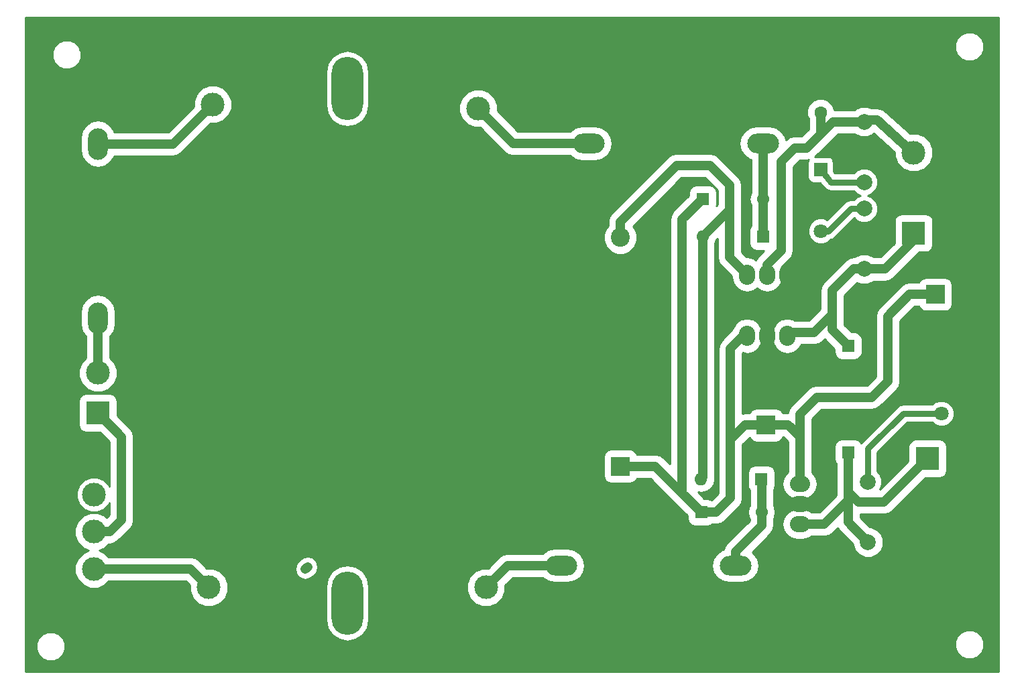
<source format=gbr>
G04 #@! TF.FileFunction,Copper,L2,Bot,Signal*
%FSLAX46Y46*%
G04 Gerber Fmt 4.6, Leading zero omitted, Abs format (unit mm)*
G04 Created by KiCad (PCBNEW 4.0.7-e2-6376~58~ubuntu14.04.1) date Fri Mar  2 18:34:20 2018*
%MOMM*%
%LPD*%
G01*
G04 APERTURE LIST*
%ADD10C,0.100000*%
%ADD11R,3.000000X3.000000*%
%ADD12C,3.000000*%
%ADD13C,1.998980*%
%ADD14R,1.600000X1.600000*%
%ADD15O,1.600000X1.600000*%
%ADD16R,1.800000X1.800000*%
%ADD17C,1.800000*%
%ADD18C,2.997200*%
%ADD19R,2.400000X2.400000*%
%ADD20C,2.400000*%
%ADD21O,2.032000X2.540000*%
%ADD22O,2.540000X2.032000*%
%ADD23O,4.000000X2.500000*%
%ADD24O,2.500000X4.000000*%
%ADD25C,1.600000*%
%ADD26O,4.000000X8.000000*%
%ADD27C,1.200000*%
%ADD28C,0.800000*%
%ADD29C,0.254000*%
G04 APERTURE END LIST*
D10*
D11*
X112944544Y56207360D03*
D12*
X112944544Y61287360D03*
X112944544Y66367360D03*
D11*
X114694543Y27707359D03*
D12*
X114694543Y22627359D03*
D11*
X9944543Y33457359D03*
D12*
X9944543Y38537359D03*
D13*
X106694544Y51647359D03*
X106694544Y59267359D03*
X107194544Y17147360D03*
X107194544Y24767360D03*
X106694544Y70267360D03*
X106694544Y62647360D03*
D14*
X86319543Y60532359D03*
D15*
X93939543Y60532359D03*
D14*
X86119544Y20932360D03*
D15*
X93739544Y20932360D03*
D14*
X93919543Y55732359D03*
D15*
X86299543Y55732359D03*
D14*
X93719544Y25132360D03*
D15*
X86099544Y25132360D03*
D16*
X101194543Y64207359D03*
D17*
X98654543Y64207359D03*
D16*
X116444544Y35957359D03*
D17*
X116444544Y33417359D03*
D16*
X98694544Y56457359D03*
D17*
X101234544Y56457359D03*
D18*
X9444544Y13758359D03*
X9444544Y18457359D03*
X9444544Y23156359D03*
D19*
X94319544Y31932360D03*
D20*
X94319544Y36932360D03*
D19*
X115694544Y48457360D03*
D20*
X115694544Y43457360D03*
D19*
X75919544Y26732359D03*
D20*
X75919544Y31732359D03*
D19*
X75919544Y50632359D03*
D20*
X75919544Y55632359D03*
D21*
X94444544Y43207359D03*
X96984544Y43207359D03*
X91904544Y43207359D03*
D22*
X98569544Y21982359D03*
X98569544Y19442359D03*
X98569544Y24522359D03*
D21*
X94444544Y50957360D03*
X91904544Y50957360D03*
X96984544Y50957360D03*
D23*
X93919543Y67532359D03*
X71919543Y67532359D03*
X90444544Y14207359D03*
X68444544Y14207359D03*
D24*
X9944544Y67457359D03*
X9944544Y45457359D03*
D14*
X104694544Y41957359D03*
D25*
X104694544Y39457359D03*
D14*
X104694543Y28457359D03*
D25*
X104694543Y30957359D03*
D14*
X98694543Y71457359D03*
D25*
X101194543Y71457359D03*
D12*
X23950000Y11450000D03*
X75950000Y40950000D03*
D26*
X41450000Y74450000D03*
D12*
X57950000Y71950000D03*
X58950000Y11450000D03*
X24450000Y72450000D03*
D26*
X41450000Y9450000D03*
D27*
X36145543Y13758359D02*
X36419544Y14032360D01*
X36419544Y14032360D02*
X36220543Y13833359D01*
X91404543Y43207359D02*
X89819544Y41622359D01*
X89819544Y41622359D02*
X89819544Y30132359D01*
X91404543Y43207359D02*
X91904543Y43207360D01*
X109694543Y37457359D02*
X109694543Y45707359D01*
X98569544Y30482360D02*
X98569544Y33332359D01*
X100694544Y35457359D02*
X98569544Y33332359D01*
X107694543Y35457359D02*
X100694544Y35457359D01*
X109694543Y37457359D02*
X107694543Y35457359D01*
X112444544Y48457360D02*
X115694544Y48457360D01*
X109694543Y45707359D02*
X112444544Y48457360D01*
X98569543Y24522359D02*
X98569544Y30482360D01*
X97119544Y31932360D02*
X94319544Y31932360D01*
X98569544Y30482360D02*
X97119544Y31932360D01*
X94319544Y31932360D02*
X91619543Y31932359D01*
X91619543Y31932359D02*
X89819544Y30132359D01*
X88019543Y20932359D02*
X86119544Y20932360D01*
X89819544Y30132359D02*
X89819544Y22732360D01*
X89819544Y22732360D02*
X88019543Y20932359D01*
X83719544Y23332359D02*
X80319544Y26732359D01*
X80319544Y26732359D02*
X75919544Y26732359D01*
X86319543Y60532359D02*
X83719543Y57932359D01*
X83719544Y23332359D02*
X86119544Y20932360D01*
X83719543Y57932359D02*
X83719544Y23332359D01*
X112944544Y56207360D02*
X112944544Y55207359D01*
X112944544Y55207359D02*
X109384544Y51647359D01*
X109384544Y51647359D02*
X106694544Y51647359D01*
X102694544Y45957360D02*
X102694544Y48957359D01*
X105384544Y51647359D02*
X106694544Y51647359D01*
X102694544Y48957359D02*
X105384544Y51647359D01*
X104694544Y41957359D02*
X102694544Y43957359D01*
X102694544Y43957359D02*
X102694544Y45957360D01*
X100369544Y43632359D02*
X96909544Y43632359D01*
X102694544Y45957360D02*
X100369544Y43632359D01*
X105944544Y22207360D02*
X109194544Y22207360D01*
X104694544Y24207360D02*
X104694544Y23457360D01*
X104694544Y23457360D02*
X105944544Y22207360D01*
X109194544Y22207360D02*
X114694543Y27707359D01*
X98569544Y19442359D02*
X101679544Y19442359D01*
X101679544Y19442359D02*
X104694544Y22457359D01*
X104694544Y22457359D02*
X104694544Y19647359D01*
X104694543Y28457359D02*
X104694544Y24207360D01*
X104694544Y24207360D02*
X104694544Y22457359D01*
X104694544Y19647359D02*
X107194544Y17147359D01*
X91904543Y50957359D02*
X89694543Y53167359D01*
X89694543Y54957359D02*
X89719543Y54957360D01*
X89694543Y53167359D02*
X89694543Y54957359D01*
X89719543Y54957360D02*
X89719544Y59152359D01*
X75919544Y55632359D02*
X75919543Y57632359D01*
X89719544Y59152359D02*
X86299544Y55732359D01*
X89719544Y62232359D02*
X89719544Y59152359D01*
X87219544Y64732359D02*
X89719544Y62232359D01*
X83019544Y64732360D02*
X87219544Y64732359D01*
X75919543Y57632359D02*
X83019544Y64732360D01*
X86099544Y25132359D02*
X86299544Y25332359D01*
X86299544Y25332359D02*
X86299544Y55732359D01*
X94444544Y50957360D02*
X94444544Y52207359D01*
X94444544Y52207359D02*
X96194544Y53957359D01*
X106694544Y70267360D02*
X102754544Y70267359D01*
X102754544Y70267359D02*
X101194544Y68707359D01*
X96194543Y65207360D02*
X97944544Y66957360D01*
X97944544Y66957360D02*
X99444544Y66957359D01*
X99444544Y66957359D02*
X101194544Y68707359D01*
X96194544Y53957359D02*
X96194543Y65207360D01*
X101194544Y68707359D02*
X101194543Y71457359D01*
X106884543Y70457359D02*
X108354543Y70457359D01*
X108354543Y70457359D02*
X113444544Y65867360D01*
X106884543Y70457359D02*
X106694544Y70267360D01*
D28*
X101234544Y56457359D02*
X102194543Y56457359D01*
X105004544Y59267360D02*
X106694544Y59267359D01*
X102194543Y56457359D02*
X105004544Y59267360D01*
X107194543Y24767359D02*
X107194544Y28957359D01*
X111654544Y33417359D02*
X116444544Y33417360D01*
X107194544Y28957359D02*
X111654544Y33417359D01*
D27*
X90444543Y14207359D02*
X90444543Y15957360D01*
X93739544Y19252360D02*
X93739544Y20932359D01*
X90444543Y15957360D02*
X93739544Y19252360D01*
X93739544Y20932359D02*
X93739544Y25112359D01*
X93739544Y25112359D02*
X93719544Y25132360D01*
X93919543Y55732359D02*
X93919544Y60512359D01*
X93919544Y60512359D02*
X93939544Y60532359D01*
X93919543Y67532359D02*
X93919544Y60552359D01*
D28*
X106694544Y62647359D02*
X102504544Y62647359D01*
X102504544Y62647359D02*
X101194543Y64207359D01*
D27*
X9944544Y67457359D02*
X19457359Y67457359D01*
X19457359Y67457359D02*
X24450000Y72450000D01*
X9944544Y38537359D02*
X9944544Y45457359D01*
X58950000Y11450000D02*
X61707359Y14207359D01*
X61707359Y14207359D02*
X68444544Y14207359D01*
X68444544Y14207359D02*
X68344544Y14107360D01*
X62450000Y67532359D02*
X62367641Y67532359D01*
X62367641Y67532359D02*
X57950000Y71950000D01*
X62419544Y67532359D02*
X62450000Y67532359D01*
X62450000Y67532359D02*
X71919543Y67532359D01*
X9444544Y18457359D02*
X11444544Y18457360D01*
X12944543Y30457359D02*
X9944543Y33457359D01*
X12944543Y19957359D02*
X12944543Y30457359D01*
X11444544Y18457360D02*
X12944543Y19957359D01*
D28*
X9194544Y18457360D02*
X9444544Y18457359D01*
D27*
X19000000Y13758359D02*
X21641641Y13758359D01*
X21641641Y13758359D02*
X23950000Y11450000D01*
X9444544Y13758360D02*
X19000000Y13758359D01*
X19000000Y13758359D02*
X19395543Y13758359D01*
D28*
X9444544Y13758360D02*
X9643543Y13957360D01*
D29*
G36*
X123698000Y802000D02*
X802000Y802000D01*
X802000Y3638182D01*
X2172684Y3638182D01*
X2450242Y2966440D01*
X2963736Y2452048D01*
X3634993Y2173318D01*
X4361818Y2172684D01*
X5033560Y2450242D01*
X5547952Y2963736D01*
X5826682Y3634993D01*
X5826902Y3888182D01*
X118172684Y3888182D01*
X118450242Y3216440D01*
X118963736Y2702048D01*
X119634993Y2423318D01*
X120361818Y2422684D01*
X121033560Y2700242D01*
X121547952Y3213736D01*
X121826682Y3884993D01*
X121827316Y4611818D01*
X121549758Y5283560D01*
X121036264Y5797952D01*
X120365007Y6076682D01*
X119638182Y6077316D01*
X118966440Y5799758D01*
X118452048Y5286264D01*
X118173318Y4615007D01*
X118172684Y3888182D01*
X5826902Y3888182D01*
X5827316Y4361818D01*
X5549758Y5033560D01*
X5036264Y5547952D01*
X4365007Y5826682D01*
X3638182Y5827316D01*
X2966440Y5549758D01*
X2452048Y5036264D01*
X2173318Y4365007D01*
X2172684Y3638182D01*
X802000Y3638182D01*
X802000Y17976994D01*
X7018524Y17976994D01*
X7387022Y17085162D01*
X8068758Y16402235D01*
X8778338Y16107591D01*
X8072347Y15815881D01*
X7389420Y15134145D01*
X7019366Y14242957D01*
X7018524Y13277994D01*
X7387022Y12386162D01*
X8068758Y11703235D01*
X8959946Y11333181D01*
X9924909Y11332339D01*
X10816741Y11700837D01*
X11348191Y12231360D01*
X19000000Y12231359D01*
X21009137Y12231359D01*
X21523232Y11717264D01*
X21522579Y10969358D01*
X21891290Y10077011D01*
X22573420Y9393689D01*
X23465122Y9023422D01*
X24430642Y9022579D01*
X25322989Y9391290D01*
X26006311Y10073420D01*
X26376578Y10965122D01*
X26377082Y11542607D01*
X38723000Y11542607D01*
X38723000Y7357393D01*
X38930581Y6313815D01*
X39521720Y5429113D01*
X40406422Y4837974D01*
X41450000Y4630393D01*
X42493578Y4837974D01*
X43378280Y5429113D01*
X43969419Y6313815D01*
X44177000Y7357393D01*
X44177000Y10969358D01*
X56522579Y10969358D01*
X56891290Y10077011D01*
X57573420Y9393689D01*
X58465122Y9023422D01*
X59430642Y9022579D01*
X60322989Y9391290D01*
X61006311Y10073420D01*
X61376578Y10965122D01*
X61377235Y11717731D01*
X62339863Y12680359D01*
X66089564Y12680359D01*
X66097830Y12667988D01*
X66804099Y12196073D01*
X67637201Y12030359D01*
X69251887Y12030359D01*
X70084989Y12196073D01*
X70791258Y12667988D01*
X71263173Y13374257D01*
X71428887Y14207359D01*
X87460201Y14207359D01*
X87625915Y13374257D01*
X88097830Y12667988D01*
X88804099Y12196073D01*
X89637201Y12030359D01*
X91251887Y12030359D01*
X92084989Y12196073D01*
X92791258Y12667988D01*
X93263173Y13374257D01*
X93428887Y14207359D01*
X93263173Y15040461D01*
X92791258Y15746730D01*
X92552770Y15906083D01*
X94819296Y18172608D01*
X95150308Y18668002D01*
X95266544Y19252359D01*
X95266544Y19442359D01*
X96329502Y19442359D01*
X96477404Y18698805D01*
X96898594Y18068451D01*
X97528948Y17647261D01*
X98272502Y17499359D01*
X98866586Y17499359D01*
X99610140Y17647261D01*
X100011376Y17915359D01*
X101679544Y17915359D01*
X102263902Y18031595D01*
X102759296Y18362607D01*
X103354240Y18957551D01*
X103420756Y18858002D01*
X103614792Y18567607D01*
X105267850Y16914549D01*
X105267720Y16765839D01*
X105560393Y16057517D01*
X106101850Y15515114D01*
X106809660Y15221205D01*
X107576065Y15220536D01*
X108284387Y15513209D01*
X108826790Y16054666D01*
X109120699Y16762476D01*
X109121368Y17528881D01*
X108828695Y18237203D01*
X108287238Y18779606D01*
X107579428Y19073515D01*
X107427760Y19073647D01*
X106221544Y20279863D01*
X106221544Y20680360D01*
X109194544Y20680360D01*
X109778902Y20796596D01*
X110274296Y21127608D01*
X114408886Y25262198D01*
X116194543Y25262198D01*
X116538069Y25326837D01*
X116853576Y25529860D01*
X117065239Y25839638D01*
X117139704Y26207359D01*
X117139704Y29207359D01*
X117075065Y29550885D01*
X116872042Y29866392D01*
X116562264Y30078055D01*
X116194543Y30152520D01*
X113194543Y30152520D01*
X112851017Y30087881D01*
X112535510Y29884858D01*
X112323847Y29575080D01*
X112249382Y29207359D01*
X112249382Y27421702D01*
X108686844Y23859164D01*
X108920734Y24422433D01*
X108921333Y25109273D01*
X108659044Y25744060D01*
X108321543Y26082151D01*
X108321544Y28490541D01*
X112121363Y32290359D01*
X115270657Y32290360D01*
X115521719Y32038860D01*
X116119494Y31790642D01*
X116766755Y31790077D01*
X117364962Y32037251D01*
X117823043Y32494534D01*
X118071261Y33092309D01*
X118071826Y33739570D01*
X117824652Y34337777D01*
X117367369Y34795858D01*
X116769594Y35044076D01*
X116122333Y35044641D01*
X115524126Y34797467D01*
X115270577Y34544360D01*
X111654544Y34544359D01*
X111294814Y34472804D01*
X111223259Y34458571D01*
X110857634Y34214268D01*
X106397635Y29754268D01*
X106335859Y29661813D01*
X106172042Y29916392D01*
X105862264Y30128055D01*
X105494543Y30202520D01*
X103894543Y30202520D01*
X103551017Y30137881D01*
X103235510Y29934858D01*
X103023847Y29625080D01*
X102949382Y29257359D01*
X102949382Y27657359D01*
X103014021Y27313833D01*
X103167543Y27075252D01*
X103167544Y24207360D01*
X103167544Y23089863D01*
X101047040Y20969359D01*
X100011376Y20969359D01*
X99610140Y21237457D01*
X98866586Y21385359D01*
X98272502Y21385359D01*
X97528948Y21237457D01*
X96898594Y20816267D01*
X96477404Y20185913D01*
X96329502Y19442359D01*
X95266544Y19442359D01*
X95266544Y20118253D01*
X95368918Y20271466D01*
X95500378Y20932360D01*
X95368918Y21593254D01*
X95266544Y21746467D01*
X95266544Y23783605D01*
X95390240Y23964639D01*
X95464705Y24332360D01*
X95464705Y25932360D01*
X95400066Y26275886D01*
X95197043Y26591393D01*
X94887265Y26803056D01*
X94519544Y26877521D01*
X92919544Y26877521D01*
X92576018Y26812882D01*
X92260511Y26609859D01*
X92048848Y26300081D01*
X91974383Y25932360D01*
X91974383Y24332360D01*
X92039022Y23988834D01*
X92212544Y23719173D01*
X92212544Y21746467D01*
X92110170Y21593254D01*
X91978710Y20932360D01*
X92110170Y20271466D01*
X92212544Y20118253D01*
X92212544Y19884864D01*
X89364791Y17037112D01*
X89033779Y16541718D01*
X88976330Y16252904D01*
X88804099Y16218645D01*
X88097830Y15746730D01*
X87625915Y15040461D01*
X87460201Y14207359D01*
X71428887Y14207359D01*
X71263173Y15040461D01*
X70791258Y15746730D01*
X70084989Y16218645D01*
X69251887Y16384359D01*
X67637201Y16384359D01*
X66804099Y16218645D01*
X66097830Y15746730D01*
X66089564Y15734359D01*
X61707359Y15734359D01*
X61123001Y15618123D01*
X60627607Y15287111D01*
X59217264Y13876768D01*
X58469358Y13877421D01*
X57577011Y13508710D01*
X56893689Y12826580D01*
X56523422Y11934878D01*
X56522579Y10969358D01*
X44177000Y10969358D01*
X44177000Y11542607D01*
X43969419Y12586185D01*
X43378280Y13470887D01*
X42493578Y14062026D01*
X41450000Y14269607D01*
X40406422Y14062026D01*
X39521720Y13470887D01*
X38930581Y12586185D01*
X38723000Y11542607D01*
X26377082Y11542607D01*
X26377421Y11930642D01*
X26008710Y12822989D01*
X25326580Y13506311D01*
X24719581Y13758359D01*
X34818543Y13758359D01*
X34919555Y13250538D01*
X35207212Y12820028D01*
X35637722Y12532371D01*
X36145543Y12431359D01*
X36653364Y12532371D01*
X37083874Y12820028D01*
X37357875Y13094029D01*
X37645532Y13524539D01*
X37746544Y14032360D01*
X37645532Y14540181D01*
X37357875Y14970691D01*
X36927365Y15258348D01*
X36419544Y15359360D01*
X35911723Y15258348D01*
X35481213Y14970691D01*
X35207212Y14696690D01*
X34919555Y14266180D01*
X34818543Y13758359D01*
X24719581Y13758359D01*
X24434878Y13876578D01*
X23682269Y13877235D01*
X22721392Y14838112D01*
X22225999Y15169123D01*
X21641641Y15285359D01*
X19000000Y15285359D01*
X11347532Y15285360D01*
X10820330Y15813483D01*
X10110750Y16108127D01*
X10816741Y16399837D01*
X11348191Y16930360D01*
X11444545Y16930360D01*
X12028903Y17046596D01*
X12524297Y17377609D01*
X14024295Y18877607D01*
X14148172Y19063002D01*
X14355307Y19373001D01*
X14471543Y19957359D01*
X14471543Y27932359D01*
X73774383Y27932359D01*
X73774383Y25532359D01*
X73839022Y25188833D01*
X74042045Y24873326D01*
X74351823Y24661663D01*
X74719544Y24587198D01*
X77119544Y24587198D01*
X77463070Y24651837D01*
X77778577Y24854860D01*
X77990240Y25164638D01*
X77998486Y25205359D01*
X79687040Y25205359D01*
X82639792Y22252607D01*
X84374383Y20518017D01*
X84374383Y20132360D01*
X84439022Y19788834D01*
X84642045Y19473327D01*
X84951823Y19261664D01*
X85319544Y19187199D01*
X86919544Y19187199D01*
X87263070Y19251838D01*
X87501649Y19405359D01*
X88019543Y19405359D01*
X88603900Y19521595D01*
X88627124Y19537113D01*
X89099294Y19852606D01*
X90899296Y21652608D01*
X91046558Y21873001D01*
X91230308Y22148002D01*
X91346544Y22732360D01*
X91346544Y29499855D01*
X92238468Y30391779D01*
X92239022Y30388834D01*
X92442045Y30073327D01*
X92751823Y29861664D01*
X93119544Y29787199D01*
X95519544Y29787199D01*
X95863070Y29851838D01*
X96178577Y30054861D01*
X96390240Y30364639D01*
X96398486Y30405360D01*
X96487040Y30405360D01*
X97042544Y29849856D01*
X97042543Y25992451D01*
X96898594Y25896267D01*
X96477404Y25265913D01*
X96329502Y24522359D01*
X96477404Y23778805D01*
X96898594Y23148451D01*
X97528948Y22727261D01*
X98272502Y22579359D01*
X98866586Y22579359D01*
X99610140Y22727261D01*
X100240494Y23148451D01*
X100661684Y23778805D01*
X100809586Y24522359D01*
X100661684Y25265913D01*
X100240494Y25896267D01*
X100096543Y25992452D01*
X100096544Y30482360D01*
X100096544Y32699855D01*
X101327048Y33930359D01*
X107694543Y33930359D01*
X108278901Y34046595D01*
X108774295Y34377607D01*
X110774295Y36377607D01*
X110880872Y36537111D01*
X111105307Y36873001D01*
X111221543Y37457359D01*
X111221543Y45074855D01*
X113077048Y46930360D01*
X113610912Y46930360D01*
X113614022Y46913834D01*
X113817045Y46598327D01*
X114126823Y46386664D01*
X114494544Y46312199D01*
X116894544Y46312199D01*
X117238070Y46376838D01*
X117553577Y46579861D01*
X117765240Y46889639D01*
X117839705Y47257360D01*
X117839705Y49657360D01*
X117775066Y50000886D01*
X117572043Y50316393D01*
X117262265Y50528056D01*
X116894544Y50602521D01*
X114494544Y50602521D01*
X114151018Y50537882D01*
X113835511Y50334859D01*
X113623848Y50025081D01*
X113615602Y49984360D01*
X112444544Y49984360D01*
X111860187Y49868125D01*
X111364792Y49537112D01*
X108614791Y46787111D01*
X108283779Y46291717D01*
X108167543Y45707359D01*
X108167543Y38089863D01*
X107062039Y36984359D01*
X100694544Y36984359D01*
X100110186Y36868123D01*
X99614792Y36537111D01*
X97489792Y34412111D01*
X97158780Y33916717D01*
X97067806Y33459360D01*
X96403176Y33459360D01*
X96400066Y33475886D01*
X96197043Y33791393D01*
X95887265Y34003056D01*
X95519544Y34077521D01*
X93119544Y34077521D01*
X92776018Y34012882D01*
X92460511Y33809859D01*
X92248848Y33500081D01*
X92240602Y33459359D01*
X91619542Y33459359D01*
X91346544Y33405056D01*
X91346544Y40989855D01*
X91420323Y41063634D01*
X91904544Y40967317D01*
X92648098Y41115219D01*
X93278452Y41536409D01*
X93699642Y42166763D01*
X93847544Y42910317D01*
X93847544Y43504401D01*
X95041544Y43504401D01*
X95041544Y42910317D01*
X95189446Y42166763D01*
X95610636Y41536409D01*
X96240990Y41115219D01*
X96984544Y40967317D01*
X97728098Y41115219D01*
X98358452Y41536409D01*
X98738613Y42105359D01*
X100369544Y42105359D01*
X100953902Y42221595D01*
X101449296Y42552607D01*
X101694544Y42797855D01*
X102949383Y41543016D01*
X102949383Y41157359D01*
X103014022Y40813833D01*
X103217045Y40498326D01*
X103526823Y40286663D01*
X103894544Y40212198D01*
X105494544Y40212198D01*
X105838070Y40276837D01*
X106153577Y40479860D01*
X106365240Y40789638D01*
X106439705Y41157359D01*
X106439705Y42757359D01*
X106375066Y43100885D01*
X106172043Y43416392D01*
X105862265Y43628055D01*
X105494544Y43702520D01*
X105108887Y43702520D01*
X104221544Y44589863D01*
X104221544Y48324855D01*
X105820861Y49924172D01*
X106309660Y49721204D01*
X107076065Y49720535D01*
X107784387Y50013208D01*
X107891725Y50120359D01*
X109384544Y50120359D01*
X109968902Y50236595D01*
X110464296Y50567607D01*
X113658888Y53762199D01*
X114444544Y53762199D01*
X114788070Y53826838D01*
X115103577Y54029861D01*
X115315240Y54339639D01*
X115389705Y54707360D01*
X115389705Y57707360D01*
X115325066Y58050886D01*
X115122043Y58366393D01*
X114812265Y58578056D01*
X114444544Y58652521D01*
X111444544Y58652521D01*
X111101018Y58587882D01*
X110785511Y58384859D01*
X110573848Y58075081D01*
X110499383Y57707360D01*
X110499383Y54921702D01*
X108752040Y53174359D01*
X107892300Y53174359D01*
X107787238Y53279605D01*
X107079428Y53573514D01*
X106313023Y53574183D01*
X105604701Y53281510D01*
X105497363Y53174359D01*
X105384544Y53174359D01*
X104800186Y53058123D01*
X104304792Y52727111D01*
X101614792Y50037111D01*
X101283780Y49541717D01*
X101167544Y48957359D01*
X101167544Y46589864D01*
X99737040Y45159359D01*
X97937832Y45159359D01*
X97728098Y45299499D01*
X96984544Y45447401D01*
X96240990Y45299499D01*
X95610636Y44878309D01*
X95189446Y44247955D01*
X95041544Y43504401D01*
X93847544Y43504401D01*
X93699642Y44247955D01*
X93278452Y44878309D01*
X92648098Y45299499D01*
X91904544Y45447401D01*
X91160990Y45299499D01*
X90530636Y44878309D01*
X90109446Y44247955D01*
X90065698Y44028018D01*
X88739792Y42702111D01*
X88408780Y42206717D01*
X88292544Y41622359D01*
X88292544Y23364864D01*
X87431906Y22504226D01*
X87287265Y22603056D01*
X86919544Y22677521D01*
X86533887Y22677521D01*
X85741572Y23469835D01*
X86065710Y23405360D01*
X86133378Y23405360D01*
X86794272Y23536820D01*
X87354551Y23911187D01*
X87728918Y24471466D01*
X87860378Y25132360D01*
X87823570Y25317407D01*
X87826544Y25332359D01*
X87826544Y54918253D01*
X87928917Y55071465D01*
X87961386Y55234697D01*
X88192543Y55465854D01*
X88192543Y55083043D01*
X88167543Y54957359D01*
X88167543Y53167359D01*
X88283779Y52583001D01*
X88534775Y52207359D01*
X88614791Y52087607D01*
X89961544Y50740854D01*
X89961544Y50660318D01*
X90109446Y49916764D01*
X90530636Y49286410D01*
X91160990Y48865220D01*
X91904544Y48717318D01*
X92648098Y48865220D01*
X93174544Y49216981D01*
X93700990Y48865220D01*
X94444544Y48717318D01*
X95188098Y48865220D01*
X95818452Y49286410D01*
X96239642Y49916764D01*
X96387544Y50660318D01*
X96387544Y51254402D01*
X96265359Y51868670D01*
X97274296Y52877607D01*
X97467902Y53167359D01*
X97605308Y53373001D01*
X97721544Y53957359D01*
X97721543Y64574856D01*
X98577047Y65430360D01*
X99444543Y65430359D01*
X99444544Y65430359D01*
X99665364Y65474283D01*
X99611700Y65395744D01*
X99553301Y65107359D01*
X99553301Y63307359D01*
X99603994Y63037949D01*
X99763215Y62790513D01*
X100006158Y62624516D01*
X100294543Y62566117D01*
X101101106Y62566117D01*
X101641486Y61922611D01*
X101680122Y61891627D01*
X101707635Y61850450D01*
X101850489Y61754998D01*
X101984531Y61647501D01*
X102032083Y61633660D01*
X102073260Y61606147D01*
X102241775Y61572627D01*
X102406744Y61524611D01*
X102455970Y61530021D01*
X102504544Y61520359D01*
X105380082Y61520359D01*
X105715289Y61184566D01*
X106263028Y60957125D01*
X105717844Y60731859D01*
X105379754Y60394360D01*
X105004545Y60394360D01*
X104573260Y60308572D01*
X104207635Y60064270D01*
X102031492Y57888127D01*
X101559594Y58084076D01*
X100912333Y58084641D01*
X100314126Y57837467D01*
X99856045Y57380184D01*
X99607827Y56782409D01*
X99607262Y56135148D01*
X99854436Y55536941D01*
X100311719Y55078860D01*
X100909494Y54830642D01*
X101556755Y54830077D01*
X102154962Y55077251D01*
X102461757Y55383511D01*
X102625827Y55416147D01*
X102991452Y55660450D01*
X105425682Y58094679D01*
X105715289Y57804565D01*
X106349617Y57541169D01*
X107036457Y57540570D01*
X107671244Y57802859D01*
X108157338Y58288104D01*
X108420734Y58922432D01*
X108421333Y59609272D01*
X108159044Y60244059D01*
X107673799Y60730153D01*
X107126060Y60957594D01*
X107671244Y61182860D01*
X108157338Y61668105D01*
X108420734Y62302433D01*
X108421333Y62989273D01*
X108159044Y63624060D01*
X107673799Y64110154D01*
X107039471Y64373550D01*
X106352631Y64374149D01*
X105717844Y64111860D01*
X105379752Y63774359D01*
X103029813Y63774359D01*
X102835785Y64005415D01*
X102835785Y65107359D01*
X102785092Y65376769D01*
X102625871Y65624205D01*
X102382928Y65790202D01*
X102094543Y65848601D01*
X100480886Y65848601D01*
X100524295Y65877606D01*
X103387048Y68740359D01*
X105496788Y68740360D01*
X105601850Y68635114D01*
X106309660Y68341205D01*
X107076065Y68340536D01*
X107784387Y68633209D01*
X107932871Y68781434D01*
X110517615Y66450595D01*
X110517123Y65886718D01*
X110885834Y64994371D01*
X111567964Y64311049D01*
X112459666Y63940782D01*
X113425186Y63939939D01*
X114317533Y64308650D01*
X115000855Y64990780D01*
X115371122Y65882482D01*
X115371965Y66848002D01*
X115003254Y67740349D01*
X114321124Y68423671D01*
X113429422Y68793938D01*
X112478405Y68794768D01*
X109377159Y71591372D01*
X109154457Y71724093D01*
X108938901Y71868123D01*
X108899692Y71875922D01*
X108865349Y71896389D01*
X108608806Y71933783D01*
X108354543Y71984359D01*
X107583131Y71984359D01*
X107079428Y72193515D01*
X106313023Y72194184D01*
X105604701Y71901511D01*
X105497362Y71794360D01*
X102921838Y71794359D01*
X102921842Y71799373D01*
X102659476Y72434348D01*
X102174087Y72920585D01*
X101539572Y73184059D01*
X100852529Y73184658D01*
X100217554Y72922292D01*
X99731317Y72436903D01*
X99467843Y71802388D01*
X99467244Y71115345D01*
X99667543Y70630583D01*
X99667544Y69339863D01*
X98812040Y68484359D01*
X97944545Y68484360D01*
X97944544Y68484360D01*
X97360187Y68368124D01*
X96871684Y68041717D01*
X96864792Y68037112D01*
X96813656Y67985976D01*
X96738172Y68365461D01*
X96266257Y69071730D01*
X95559988Y69543645D01*
X94726886Y69709359D01*
X93112200Y69709359D01*
X92279098Y69543645D01*
X91572829Y69071730D01*
X91100914Y68365461D01*
X90935200Y67532359D01*
X91100914Y66699257D01*
X91572829Y65992988D01*
X92279098Y65521073D01*
X92392543Y65498507D01*
X92392544Y61316536D01*
X92310169Y61193253D01*
X92178709Y60532359D01*
X92310169Y59871465D01*
X92392544Y59748183D01*
X92392543Y57110386D01*
X92248847Y56900080D01*
X92174382Y56532359D01*
X92174382Y54932359D01*
X92239021Y54588833D01*
X92442044Y54273326D01*
X92751822Y54061663D01*
X93119543Y53987198D01*
X94064879Y53987198D01*
X93364792Y53287111D01*
X93033816Y52791771D01*
X92648098Y53049500D01*
X91904544Y53197402D01*
X91837366Y53184040D01*
X91221543Y53799863D01*
X91221543Y54831676D01*
X91246543Y54957360D01*
X91246544Y59152359D01*
X91246544Y62232359D01*
X91130308Y62816717D01*
X90799296Y63312111D01*
X88299296Y65812111D01*
X88187639Y65886718D01*
X87803902Y66143123D01*
X87219544Y66259359D01*
X83019544Y66259360D01*
X82435187Y66143125D01*
X81939792Y65812112D01*
X74839791Y58712111D01*
X74508779Y58216716D01*
X74414272Y57741595D01*
X74392543Y57632358D01*
X74392543Y57113431D01*
X74117413Y56838781D01*
X73792914Y56057302D01*
X73792176Y55211129D01*
X74115310Y54429085D01*
X74713122Y53830228D01*
X75494601Y53505729D01*
X76340774Y53504991D01*
X77122818Y53828125D01*
X77721675Y54425937D01*
X78046174Y55207416D01*
X78046912Y56053589D01*
X77723778Y56835633D01*
X77503242Y57056554D01*
X83652048Y63205360D01*
X86587040Y63205359D01*
X88192544Y61599855D01*
X88192544Y59784863D01*
X88045574Y59637893D01*
X88064704Y59732359D01*
X88064704Y61332359D01*
X88000065Y61675885D01*
X87797042Y61991392D01*
X87487264Y62203055D01*
X87119543Y62277520D01*
X85519543Y62277520D01*
X85176017Y62212881D01*
X84860510Y62009858D01*
X84648847Y61700080D01*
X84574382Y61332359D01*
X84574382Y60946702D01*
X82639791Y59012111D01*
X82308779Y58516717D01*
X82192543Y57932359D01*
X82192544Y27018863D01*
X81399296Y27812111D01*
X81219332Y27932359D01*
X80903902Y28143123D01*
X80319544Y28259359D01*
X78003176Y28259359D01*
X78000066Y28275885D01*
X77797043Y28591392D01*
X77487265Y28803055D01*
X77119544Y28877520D01*
X74719544Y28877520D01*
X74376018Y28812881D01*
X74060511Y28609858D01*
X73848848Y28300080D01*
X73774383Y27932359D01*
X14471543Y27932359D01*
X14471543Y30457359D01*
X14458766Y30521595D01*
X14355308Y31041716D01*
X14024295Y31537111D01*
X12389704Y33171702D01*
X12389704Y34957359D01*
X12325065Y35300885D01*
X12122042Y35616392D01*
X11812264Y35828055D01*
X11444543Y35902520D01*
X8444543Y35902520D01*
X8101017Y35837881D01*
X7785510Y35634858D01*
X7573847Y35325080D01*
X7499382Y34957359D01*
X7499382Y31957359D01*
X7564021Y31613833D01*
X7767044Y31298326D01*
X8076822Y31086663D01*
X8444543Y31012198D01*
X10230200Y31012198D01*
X11417543Y29824855D01*
X11417543Y24209390D01*
X11332416Y24415413D01*
X10706891Y25042031D01*
X9889185Y25381572D01*
X9003787Y25382344D01*
X8185490Y25044231D01*
X7558872Y24418706D01*
X7219331Y23601000D01*
X7218559Y22715602D01*
X7556672Y21897305D01*
X8182197Y21270687D01*
X8999903Y20931146D01*
X9885301Y20930374D01*
X10703598Y21268487D01*
X11330216Y21894012D01*
X11417543Y22104319D01*
X11417543Y20589863D01*
X11080020Y20252340D01*
X10820330Y20512483D01*
X9929142Y20882537D01*
X8964179Y20883379D01*
X8072347Y20514881D01*
X7389420Y19833145D01*
X7019366Y18941957D01*
X7018524Y17976994D01*
X802000Y17976994D01*
X802000Y38056717D01*
X7517122Y38056717D01*
X7885833Y37164370D01*
X8567963Y36481048D01*
X9459665Y36110781D01*
X10425185Y36109938D01*
X11317532Y36478649D01*
X12000854Y37160779D01*
X12371121Y38052481D01*
X12371964Y39018001D01*
X12003253Y39910348D01*
X11471544Y40442986D01*
X11471544Y43102379D01*
X11483915Y43110645D01*
X11955830Y43816914D01*
X12121544Y44650016D01*
X12121544Y46264702D01*
X11955830Y47097804D01*
X11483915Y47804073D01*
X10777646Y48275988D01*
X9944544Y48441702D01*
X9111442Y48275988D01*
X8405173Y47804073D01*
X7933258Y47097804D01*
X7767544Y46264702D01*
X7767544Y44650016D01*
X7933258Y43816914D01*
X8405173Y43110645D01*
X8417544Y43102379D01*
X8417544Y40442328D01*
X7888232Y39913939D01*
X7517965Y39022237D01*
X7517122Y38056717D01*
X802000Y38056717D01*
X802000Y68264702D01*
X7767544Y68264702D01*
X7767544Y66650016D01*
X7933258Y65816914D01*
X8405173Y65110645D01*
X9111442Y64638730D01*
X9944544Y64473016D01*
X10777646Y64638730D01*
X11483915Y65110645D01*
X11955830Y65816914D01*
X11978396Y65930359D01*
X19457359Y65930359D01*
X20041717Y66046595D01*
X20537111Y66377607D01*
X24182736Y70023232D01*
X24930642Y70022579D01*
X25822989Y70391290D01*
X26506311Y71073420D01*
X26876578Y71965122D01*
X26877421Y72930642D01*
X26508710Y73822989D01*
X25826580Y74506311D01*
X24934878Y74876578D01*
X23969358Y74877421D01*
X23077011Y74508710D01*
X22393689Y73826580D01*
X22023422Y72934878D01*
X22022765Y72182269D01*
X18824855Y68984359D01*
X11978396Y68984359D01*
X11955830Y69097804D01*
X11483915Y69804073D01*
X10777646Y70275988D01*
X9944544Y70441702D01*
X9111442Y70275988D01*
X8405173Y69804073D01*
X7933258Y69097804D01*
X7767544Y68264702D01*
X802000Y68264702D01*
X802000Y76542607D01*
X38723000Y76542607D01*
X38723000Y72357393D01*
X38930581Y71313815D01*
X39521720Y70429113D01*
X40406422Y69837974D01*
X41450000Y69630393D01*
X42493578Y69837974D01*
X43378280Y70429113D01*
X43969419Y71313815D01*
X44000358Y71469358D01*
X55522579Y71469358D01*
X55891290Y70577011D01*
X56573420Y69893689D01*
X57465122Y69523422D01*
X58217731Y69522765D01*
X61287889Y66452607D01*
X61783283Y66121595D01*
X62367641Y66005359D01*
X69564563Y66005359D01*
X69572829Y65992988D01*
X70279098Y65521073D01*
X71112200Y65355359D01*
X72726886Y65355359D01*
X73559988Y65521073D01*
X74266257Y65992988D01*
X74738172Y66699257D01*
X74903886Y67532359D01*
X74738172Y68365461D01*
X74266257Y69071730D01*
X73559988Y69543645D01*
X72726886Y69709359D01*
X71112200Y69709359D01*
X70279098Y69543645D01*
X69572829Y69071730D01*
X69564563Y69059359D01*
X63000145Y69059359D01*
X60376768Y71682736D01*
X60377421Y72430642D01*
X60008710Y73322989D01*
X59326580Y74006311D01*
X58434878Y74376578D01*
X57469358Y74377421D01*
X56577011Y74008710D01*
X55893689Y73326580D01*
X55523422Y72434878D01*
X55522579Y71469358D01*
X44000358Y71469358D01*
X44177000Y72357393D01*
X44177000Y76542607D01*
X43969419Y77586185D01*
X43378280Y78470887D01*
X42493578Y79062026D01*
X41450000Y79269607D01*
X40406422Y79062026D01*
X39521720Y78470887D01*
X38930581Y77586185D01*
X38723000Y76542607D01*
X802000Y76542607D01*
X802000Y78388182D01*
X4172684Y78388182D01*
X4450242Y77716440D01*
X4963736Y77202048D01*
X5634993Y76923318D01*
X6361818Y76922684D01*
X7033560Y77200242D01*
X7547952Y77713736D01*
X7826682Y78384993D01*
X7827316Y79111818D01*
X7713125Y79388182D01*
X118172684Y79388182D01*
X118450242Y78716440D01*
X118963736Y78202048D01*
X119634993Y77923318D01*
X120361818Y77922684D01*
X121033560Y78200242D01*
X121547952Y78713736D01*
X121826682Y79384993D01*
X121827316Y80111818D01*
X121549758Y80783560D01*
X121036264Y81297952D01*
X120365007Y81576682D01*
X119638182Y81577316D01*
X118966440Y81299758D01*
X118452048Y80786264D01*
X118173318Y80115007D01*
X118172684Y79388182D01*
X7713125Y79388182D01*
X7549758Y79783560D01*
X7036264Y80297952D01*
X6365007Y80576682D01*
X5638182Y80577316D01*
X4966440Y80299758D01*
X4452048Y79786264D01*
X4173318Y79115007D01*
X4172684Y78388182D01*
X802000Y78388182D01*
X802000Y83448000D01*
X123698000Y83448000D01*
X123698000Y802000D01*
X123698000Y802000D01*
G37*
X123698000Y802000D02*
X802000Y802000D01*
X802000Y3638182D01*
X2172684Y3638182D01*
X2450242Y2966440D01*
X2963736Y2452048D01*
X3634993Y2173318D01*
X4361818Y2172684D01*
X5033560Y2450242D01*
X5547952Y2963736D01*
X5826682Y3634993D01*
X5826902Y3888182D01*
X118172684Y3888182D01*
X118450242Y3216440D01*
X118963736Y2702048D01*
X119634993Y2423318D01*
X120361818Y2422684D01*
X121033560Y2700242D01*
X121547952Y3213736D01*
X121826682Y3884993D01*
X121827316Y4611818D01*
X121549758Y5283560D01*
X121036264Y5797952D01*
X120365007Y6076682D01*
X119638182Y6077316D01*
X118966440Y5799758D01*
X118452048Y5286264D01*
X118173318Y4615007D01*
X118172684Y3888182D01*
X5826902Y3888182D01*
X5827316Y4361818D01*
X5549758Y5033560D01*
X5036264Y5547952D01*
X4365007Y5826682D01*
X3638182Y5827316D01*
X2966440Y5549758D01*
X2452048Y5036264D01*
X2173318Y4365007D01*
X2172684Y3638182D01*
X802000Y3638182D01*
X802000Y17976994D01*
X7018524Y17976994D01*
X7387022Y17085162D01*
X8068758Y16402235D01*
X8778338Y16107591D01*
X8072347Y15815881D01*
X7389420Y15134145D01*
X7019366Y14242957D01*
X7018524Y13277994D01*
X7387022Y12386162D01*
X8068758Y11703235D01*
X8959946Y11333181D01*
X9924909Y11332339D01*
X10816741Y11700837D01*
X11348191Y12231360D01*
X19000000Y12231359D01*
X21009137Y12231359D01*
X21523232Y11717264D01*
X21522579Y10969358D01*
X21891290Y10077011D01*
X22573420Y9393689D01*
X23465122Y9023422D01*
X24430642Y9022579D01*
X25322989Y9391290D01*
X26006311Y10073420D01*
X26376578Y10965122D01*
X26377082Y11542607D01*
X38723000Y11542607D01*
X38723000Y7357393D01*
X38930581Y6313815D01*
X39521720Y5429113D01*
X40406422Y4837974D01*
X41450000Y4630393D01*
X42493578Y4837974D01*
X43378280Y5429113D01*
X43969419Y6313815D01*
X44177000Y7357393D01*
X44177000Y10969358D01*
X56522579Y10969358D01*
X56891290Y10077011D01*
X57573420Y9393689D01*
X58465122Y9023422D01*
X59430642Y9022579D01*
X60322989Y9391290D01*
X61006311Y10073420D01*
X61376578Y10965122D01*
X61377235Y11717731D01*
X62339863Y12680359D01*
X66089564Y12680359D01*
X66097830Y12667988D01*
X66804099Y12196073D01*
X67637201Y12030359D01*
X69251887Y12030359D01*
X70084989Y12196073D01*
X70791258Y12667988D01*
X71263173Y13374257D01*
X71428887Y14207359D01*
X87460201Y14207359D01*
X87625915Y13374257D01*
X88097830Y12667988D01*
X88804099Y12196073D01*
X89637201Y12030359D01*
X91251887Y12030359D01*
X92084989Y12196073D01*
X92791258Y12667988D01*
X93263173Y13374257D01*
X93428887Y14207359D01*
X93263173Y15040461D01*
X92791258Y15746730D01*
X92552770Y15906083D01*
X94819296Y18172608D01*
X95150308Y18668002D01*
X95266544Y19252359D01*
X95266544Y19442359D01*
X96329502Y19442359D01*
X96477404Y18698805D01*
X96898594Y18068451D01*
X97528948Y17647261D01*
X98272502Y17499359D01*
X98866586Y17499359D01*
X99610140Y17647261D01*
X100011376Y17915359D01*
X101679544Y17915359D01*
X102263902Y18031595D01*
X102759296Y18362607D01*
X103354240Y18957551D01*
X103420756Y18858002D01*
X103614792Y18567607D01*
X105267850Y16914549D01*
X105267720Y16765839D01*
X105560393Y16057517D01*
X106101850Y15515114D01*
X106809660Y15221205D01*
X107576065Y15220536D01*
X108284387Y15513209D01*
X108826790Y16054666D01*
X109120699Y16762476D01*
X109121368Y17528881D01*
X108828695Y18237203D01*
X108287238Y18779606D01*
X107579428Y19073515D01*
X107427760Y19073647D01*
X106221544Y20279863D01*
X106221544Y20680360D01*
X109194544Y20680360D01*
X109778902Y20796596D01*
X110274296Y21127608D01*
X114408886Y25262198D01*
X116194543Y25262198D01*
X116538069Y25326837D01*
X116853576Y25529860D01*
X117065239Y25839638D01*
X117139704Y26207359D01*
X117139704Y29207359D01*
X117075065Y29550885D01*
X116872042Y29866392D01*
X116562264Y30078055D01*
X116194543Y30152520D01*
X113194543Y30152520D01*
X112851017Y30087881D01*
X112535510Y29884858D01*
X112323847Y29575080D01*
X112249382Y29207359D01*
X112249382Y27421702D01*
X108686844Y23859164D01*
X108920734Y24422433D01*
X108921333Y25109273D01*
X108659044Y25744060D01*
X108321543Y26082151D01*
X108321544Y28490541D01*
X112121363Y32290359D01*
X115270657Y32290360D01*
X115521719Y32038860D01*
X116119494Y31790642D01*
X116766755Y31790077D01*
X117364962Y32037251D01*
X117823043Y32494534D01*
X118071261Y33092309D01*
X118071826Y33739570D01*
X117824652Y34337777D01*
X117367369Y34795858D01*
X116769594Y35044076D01*
X116122333Y35044641D01*
X115524126Y34797467D01*
X115270577Y34544360D01*
X111654544Y34544359D01*
X111294814Y34472804D01*
X111223259Y34458571D01*
X110857634Y34214268D01*
X106397635Y29754268D01*
X106335859Y29661813D01*
X106172042Y29916392D01*
X105862264Y30128055D01*
X105494543Y30202520D01*
X103894543Y30202520D01*
X103551017Y30137881D01*
X103235510Y29934858D01*
X103023847Y29625080D01*
X102949382Y29257359D01*
X102949382Y27657359D01*
X103014021Y27313833D01*
X103167543Y27075252D01*
X103167544Y24207360D01*
X103167544Y23089863D01*
X101047040Y20969359D01*
X100011376Y20969359D01*
X99610140Y21237457D01*
X98866586Y21385359D01*
X98272502Y21385359D01*
X97528948Y21237457D01*
X96898594Y20816267D01*
X96477404Y20185913D01*
X96329502Y19442359D01*
X95266544Y19442359D01*
X95266544Y20118253D01*
X95368918Y20271466D01*
X95500378Y20932360D01*
X95368918Y21593254D01*
X95266544Y21746467D01*
X95266544Y23783605D01*
X95390240Y23964639D01*
X95464705Y24332360D01*
X95464705Y25932360D01*
X95400066Y26275886D01*
X95197043Y26591393D01*
X94887265Y26803056D01*
X94519544Y26877521D01*
X92919544Y26877521D01*
X92576018Y26812882D01*
X92260511Y26609859D01*
X92048848Y26300081D01*
X91974383Y25932360D01*
X91974383Y24332360D01*
X92039022Y23988834D01*
X92212544Y23719173D01*
X92212544Y21746467D01*
X92110170Y21593254D01*
X91978710Y20932360D01*
X92110170Y20271466D01*
X92212544Y20118253D01*
X92212544Y19884864D01*
X89364791Y17037112D01*
X89033779Y16541718D01*
X88976330Y16252904D01*
X88804099Y16218645D01*
X88097830Y15746730D01*
X87625915Y15040461D01*
X87460201Y14207359D01*
X71428887Y14207359D01*
X71263173Y15040461D01*
X70791258Y15746730D01*
X70084989Y16218645D01*
X69251887Y16384359D01*
X67637201Y16384359D01*
X66804099Y16218645D01*
X66097830Y15746730D01*
X66089564Y15734359D01*
X61707359Y15734359D01*
X61123001Y15618123D01*
X60627607Y15287111D01*
X59217264Y13876768D01*
X58469358Y13877421D01*
X57577011Y13508710D01*
X56893689Y12826580D01*
X56523422Y11934878D01*
X56522579Y10969358D01*
X44177000Y10969358D01*
X44177000Y11542607D01*
X43969419Y12586185D01*
X43378280Y13470887D01*
X42493578Y14062026D01*
X41450000Y14269607D01*
X40406422Y14062026D01*
X39521720Y13470887D01*
X38930581Y12586185D01*
X38723000Y11542607D01*
X26377082Y11542607D01*
X26377421Y11930642D01*
X26008710Y12822989D01*
X25326580Y13506311D01*
X24719581Y13758359D01*
X34818543Y13758359D01*
X34919555Y13250538D01*
X35207212Y12820028D01*
X35637722Y12532371D01*
X36145543Y12431359D01*
X36653364Y12532371D01*
X37083874Y12820028D01*
X37357875Y13094029D01*
X37645532Y13524539D01*
X37746544Y14032360D01*
X37645532Y14540181D01*
X37357875Y14970691D01*
X36927365Y15258348D01*
X36419544Y15359360D01*
X35911723Y15258348D01*
X35481213Y14970691D01*
X35207212Y14696690D01*
X34919555Y14266180D01*
X34818543Y13758359D01*
X24719581Y13758359D01*
X24434878Y13876578D01*
X23682269Y13877235D01*
X22721392Y14838112D01*
X22225999Y15169123D01*
X21641641Y15285359D01*
X19000000Y15285359D01*
X11347532Y15285360D01*
X10820330Y15813483D01*
X10110750Y16108127D01*
X10816741Y16399837D01*
X11348191Y16930360D01*
X11444545Y16930360D01*
X12028903Y17046596D01*
X12524297Y17377609D01*
X14024295Y18877607D01*
X14148172Y19063002D01*
X14355307Y19373001D01*
X14471543Y19957359D01*
X14471543Y27932359D01*
X73774383Y27932359D01*
X73774383Y25532359D01*
X73839022Y25188833D01*
X74042045Y24873326D01*
X74351823Y24661663D01*
X74719544Y24587198D01*
X77119544Y24587198D01*
X77463070Y24651837D01*
X77778577Y24854860D01*
X77990240Y25164638D01*
X77998486Y25205359D01*
X79687040Y25205359D01*
X82639792Y22252607D01*
X84374383Y20518017D01*
X84374383Y20132360D01*
X84439022Y19788834D01*
X84642045Y19473327D01*
X84951823Y19261664D01*
X85319544Y19187199D01*
X86919544Y19187199D01*
X87263070Y19251838D01*
X87501649Y19405359D01*
X88019543Y19405359D01*
X88603900Y19521595D01*
X88627124Y19537113D01*
X89099294Y19852606D01*
X90899296Y21652608D01*
X91046558Y21873001D01*
X91230308Y22148002D01*
X91346544Y22732360D01*
X91346544Y29499855D01*
X92238468Y30391779D01*
X92239022Y30388834D01*
X92442045Y30073327D01*
X92751823Y29861664D01*
X93119544Y29787199D01*
X95519544Y29787199D01*
X95863070Y29851838D01*
X96178577Y30054861D01*
X96390240Y30364639D01*
X96398486Y30405360D01*
X96487040Y30405360D01*
X97042544Y29849856D01*
X97042543Y25992451D01*
X96898594Y25896267D01*
X96477404Y25265913D01*
X96329502Y24522359D01*
X96477404Y23778805D01*
X96898594Y23148451D01*
X97528948Y22727261D01*
X98272502Y22579359D01*
X98866586Y22579359D01*
X99610140Y22727261D01*
X100240494Y23148451D01*
X100661684Y23778805D01*
X100809586Y24522359D01*
X100661684Y25265913D01*
X100240494Y25896267D01*
X100096543Y25992452D01*
X100096544Y30482360D01*
X100096544Y32699855D01*
X101327048Y33930359D01*
X107694543Y33930359D01*
X108278901Y34046595D01*
X108774295Y34377607D01*
X110774295Y36377607D01*
X110880872Y36537111D01*
X111105307Y36873001D01*
X111221543Y37457359D01*
X111221543Y45074855D01*
X113077048Y46930360D01*
X113610912Y46930360D01*
X113614022Y46913834D01*
X113817045Y46598327D01*
X114126823Y46386664D01*
X114494544Y46312199D01*
X116894544Y46312199D01*
X117238070Y46376838D01*
X117553577Y46579861D01*
X117765240Y46889639D01*
X117839705Y47257360D01*
X117839705Y49657360D01*
X117775066Y50000886D01*
X117572043Y50316393D01*
X117262265Y50528056D01*
X116894544Y50602521D01*
X114494544Y50602521D01*
X114151018Y50537882D01*
X113835511Y50334859D01*
X113623848Y50025081D01*
X113615602Y49984360D01*
X112444544Y49984360D01*
X111860187Y49868125D01*
X111364792Y49537112D01*
X108614791Y46787111D01*
X108283779Y46291717D01*
X108167543Y45707359D01*
X108167543Y38089863D01*
X107062039Y36984359D01*
X100694544Y36984359D01*
X100110186Y36868123D01*
X99614792Y36537111D01*
X97489792Y34412111D01*
X97158780Y33916717D01*
X97067806Y33459360D01*
X96403176Y33459360D01*
X96400066Y33475886D01*
X96197043Y33791393D01*
X95887265Y34003056D01*
X95519544Y34077521D01*
X93119544Y34077521D01*
X92776018Y34012882D01*
X92460511Y33809859D01*
X92248848Y33500081D01*
X92240602Y33459359D01*
X91619542Y33459359D01*
X91346544Y33405056D01*
X91346544Y40989855D01*
X91420323Y41063634D01*
X91904544Y40967317D01*
X92648098Y41115219D01*
X93278452Y41536409D01*
X93699642Y42166763D01*
X93847544Y42910317D01*
X93847544Y43504401D01*
X95041544Y43504401D01*
X95041544Y42910317D01*
X95189446Y42166763D01*
X95610636Y41536409D01*
X96240990Y41115219D01*
X96984544Y40967317D01*
X97728098Y41115219D01*
X98358452Y41536409D01*
X98738613Y42105359D01*
X100369544Y42105359D01*
X100953902Y42221595D01*
X101449296Y42552607D01*
X101694544Y42797855D01*
X102949383Y41543016D01*
X102949383Y41157359D01*
X103014022Y40813833D01*
X103217045Y40498326D01*
X103526823Y40286663D01*
X103894544Y40212198D01*
X105494544Y40212198D01*
X105838070Y40276837D01*
X106153577Y40479860D01*
X106365240Y40789638D01*
X106439705Y41157359D01*
X106439705Y42757359D01*
X106375066Y43100885D01*
X106172043Y43416392D01*
X105862265Y43628055D01*
X105494544Y43702520D01*
X105108887Y43702520D01*
X104221544Y44589863D01*
X104221544Y48324855D01*
X105820861Y49924172D01*
X106309660Y49721204D01*
X107076065Y49720535D01*
X107784387Y50013208D01*
X107891725Y50120359D01*
X109384544Y50120359D01*
X109968902Y50236595D01*
X110464296Y50567607D01*
X113658888Y53762199D01*
X114444544Y53762199D01*
X114788070Y53826838D01*
X115103577Y54029861D01*
X115315240Y54339639D01*
X115389705Y54707360D01*
X115389705Y57707360D01*
X115325066Y58050886D01*
X115122043Y58366393D01*
X114812265Y58578056D01*
X114444544Y58652521D01*
X111444544Y58652521D01*
X111101018Y58587882D01*
X110785511Y58384859D01*
X110573848Y58075081D01*
X110499383Y57707360D01*
X110499383Y54921702D01*
X108752040Y53174359D01*
X107892300Y53174359D01*
X107787238Y53279605D01*
X107079428Y53573514D01*
X106313023Y53574183D01*
X105604701Y53281510D01*
X105497363Y53174359D01*
X105384544Y53174359D01*
X104800186Y53058123D01*
X104304792Y52727111D01*
X101614792Y50037111D01*
X101283780Y49541717D01*
X101167544Y48957359D01*
X101167544Y46589864D01*
X99737040Y45159359D01*
X97937832Y45159359D01*
X97728098Y45299499D01*
X96984544Y45447401D01*
X96240990Y45299499D01*
X95610636Y44878309D01*
X95189446Y44247955D01*
X95041544Y43504401D01*
X93847544Y43504401D01*
X93699642Y44247955D01*
X93278452Y44878309D01*
X92648098Y45299499D01*
X91904544Y45447401D01*
X91160990Y45299499D01*
X90530636Y44878309D01*
X90109446Y44247955D01*
X90065698Y44028018D01*
X88739792Y42702111D01*
X88408780Y42206717D01*
X88292544Y41622359D01*
X88292544Y23364864D01*
X87431906Y22504226D01*
X87287265Y22603056D01*
X86919544Y22677521D01*
X86533887Y22677521D01*
X85741572Y23469835D01*
X86065710Y23405360D01*
X86133378Y23405360D01*
X86794272Y23536820D01*
X87354551Y23911187D01*
X87728918Y24471466D01*
X87860378Y25132360D01*
X87823570Y25317407D01*
X87826544Y25332359D01*
X87826544Y54918253D01*
X87928917Y55071465D01*
X87961386Y55234697D01*
X88192543Y55465854D01*
X88192543Y55083043D01*
X88167543Y54957359D01*
X88167543Y53167359D01*
X88283779Y52583001D01*
X88534775Y52207359D01*
X88614791Y52087607D01*
X89961544Y50740854D01*
X89961544Y50660318D01*
X90109446Y49916764D01*
X90530636Y49286410D01*
X91160990Y48865220D01*
X91904544Y48717318D01*
X92648098Y48865220D01*
X93174544Y49216981D01*
X93700990Y48865220D01*
X94444544Y48717318D01*
X95188098Y48865220D01*
X95818452Y49286410D01*
X96239642Y49916764D01*
X96387544Y50660318D01*
X96387544Y51254402D01*
X96265359Y51868670D01*
X97274296Y52877607D01*
X97467902Y53167359D01*
X97605308Y53373001D01*
X97721544Y53957359D01*
X97721543Y64574856D01*
X98577047Y65430360D01*
X99444543Y65430359D01*
X99444544Y65430359D01*
X99665364Y65474283D01*
X99611700Y65395744D01*
X99553301Y65107359D01*
X99553301Y63307359D01*
X99603994Y63037949D01*
X99763215Y62790513D01*
X100006158Y62624516D01*
X100294543Y62566117D01*
X101101106Y62566117D01*
X101641486Y61922611D01*
X101680122Y61891627D01*
X101707635Y61850450D01*
X101850489Y61754998D01*
X101984531Y61647501D01*
X102032083Y61633660D01*
X102073260Y61606147D01*
X102241775Y61572627D01*
X102406744Y61524611D01*
X102455970Y61530021D01*
X102504544Y61520359D01*
X105380082Y61520359D01*
X105715289Y61184566D01*
X106263028Y60957125D01*
X105717844Y60731859D01*
X105379754Y60394360D01*
X105004545Y60394360D01*
X104573260Y60308572D01*
X104207635Y60064270D01*
X102031492Y57888127D01*
X101559594Y58084076D01*
X100912333Y58084641D01*
X100314126Y57837467D01*
X99856045Y57380184D01*
X99607827Y56782409D01*
X99607262Y56135148D01*
X99854436Y55536941D01*
X100311719Y55078860D01*
X100909494Y54830642D01*
X101556755Y54830077D01*
X102154962Y55077251D01*
X102461757Y55383511D01*
X102625827Y55416147D01*
X102991452Y55660450D01*
X105425682Y58094679D01*
X105715289Y57804565D01*
X106349617Y57541169D01*
X107036457Y57540570D01*
X107671244Y57802859D01*
X108157338Y58288104D01*
X108420734Y58922432D01*
X108421333Y59609272D01*
X108159044Y60244059D01*
X107673799Y60730153D01*
X107126060Y60957594D01*
X107671244Y61182860D01*
X108157338Y61668105D01*
X108420734Y62302433D01*
X108421333Y62989273D01*
X108159044Y63624060D01*
X107673799Y64110154D01*
X107039471Y64373550D01*
X106352631Y64374149D01*
X105717844Y64111860D01*
X105379752Y63774359D01*
X103029813Y63774359D01*
X102835785Y64005415D01*
X102835785Y65107359D01*
X102785092Y65376769D01*
X102625871Y65624205D01*
X102382928Y65790202D01*
X102094543Y65848601D01*
X100480886Y65848601D01*
X100524295Y65877606D01*
X103387048Y68740359D01*
X105496788Y68740360D01*
X105601850Y68635114D01*
X106309660Y68341205D01*
X107076065Y68340536D01*
X107784387Y68633209D01*
X107932871Y68781434D01*
X110517615Y66450595D01*
X110517123Y65886718D01*
X110885834Y64994371D01*
X111567964Y64311049D01*
X112459666Y63940782D01*
X113425186Y63939939D01*
X114317533Y64308650D01*
X115000855Y64990780D01*
X115371122Y65882482D01*
X115371965Y66848002D01*
X115003254Y67740349D01*
X114321124Y68423671D01*
X113429422Y68793938D01*
X112478405Y68794768D01*
X109377159Y71591372D01*
X109154457Y71724093D01*
X108938901Y71868123D01*
X108899692Y71875922D01*
X108865349Y71896389D01*
X108608806Y71933783D01*
X108354543Y71984359D01*
X107583131Y71984359D01*
X107079428Y72193515D01*
X106313023Y72194184D01*
X105604701Y71901511D01*
X105497362Y71794360D01*
X102921838Y71794359D01*
X102921842Y71799373D01*
X102659476Y72434348D01*
X102174087Y72920585D01*
X101539572Y73184059D01*
X100852529Y73184658D01*
X100217554Y72922292D01*
X99731317Y72436903D01*
X99467843Y71802388D01*
X99467244Y71115345D01*
X99667543Y70630583D01*
X99667544Y69339863D01*
X98812040Y68484359D01*
X97944545Y68484360D01*
X97944544Y68484360D01*
X97360187Y68368124D01*
X96871684Y68041717D01*
X96864792Y68037112D01*
X96813656Y67985976D01*
X96738172Y68365461D01*
X96266257Y69071730D01*
X95559988Y69543645D01*
X94726886Y69709359D01*
X93112200Y69709359D01*
X92279098Y69543645D01*
X91572829Y69071730D01*
X91100914Y68365461D01*
X90935200Y67532359D01*
X91100914Y66699257D01*
X91572829Y65992988D01*
X92279098Y65521073D01*
X92392543Y65498507D01*
X92392544Y61316536D01*
X92310169Y61193253D01*
X92178709Y60532359D01*
X92310169Y59871465D01*
X92392544Y59748183D01*
X92392543Y57110386D01*
X92248847Y56900080D01*
X92174382Y56532359D01*
X92174382Y54932359D01*
X92239021Y54588833D01*
X92442044Y54273326D01*
X92751822Y54061663D01*
X93119543Y53987198D01*
X94064879Y53987198D01*
X93364792Y53287111D01*
X93033816Y52791771D01*
X92648098Y53049500D01*
X91904544Y53197402D01*
X91837366Y53184040D01*
X91221543Y53799863D01*
X91221543Y54831676D01*
X91246543Y54957360D01*
X91246544Y59152359D01*
X91246544Y62232359D01*
X91130308Y62816717D01*
X90799296Y63312111D01*
X88299296Y65812111D01*
X88187639Y65886718D01*
X87803902Y66143123D01*
X87219544Y66259359D01*
X83019544Y66259360D01*
X82435187Y66143125D01*
X81939792Y65812112D01*
X74839791Y58712111D01*
X74508779Y58216716D01*
X74414272Y57741595D01*
X74392543Y57632358D01*
X74392543Y57113431D01*
X74117413Y56838781D01*
X73792914Y56057302D01*
X73792176Y55211129D01*
X74115310Y54429085D01*
X74713122Y53830228D01*
X75494601Y53505729D01*
X76340774Y53504991D01*
X77122818Y53828125D01*
X77721675Y54425937D01*
X78046174Y55207416D01*
X78046912Y56053589D01*
X77723778Y56835633D01*
X77503242Y57056554D01*
X83652048Y63205360D01*
X86587040Y63205359D01*
X88192544Y61599855D01*
X88192544Y59784863D01*
X88045574Y59637893D01*
X88064704Y59732359D01*
X88064704Y61332359D01*
X88000065Y61675885D01*
X87797042Y61991392D01*
X87487264Y62203055D01*
X87119543Y62277520D01*
X85519543Y62277520D01*
X85176017Y62212881D01*
X84860510Y62009858D01*
X84648847Y61700080D01*
X84574382Y61332359D01*
X84574382Y60946702D01*
X82639791Y59012111D01*
X82308779Y58516717D01*
X82192543Y57932359D01*
X82192544Y27018863D01*
X81399296Y27812111D01*
X81219332Y27932359D01*
X80903902Y28143123D01*
X80319544Y28259359D01*
X78003176Y28259359D01*
X78000066Y28275885D01*
X77797043Y28591392D01*
X77487265Y28803055D01*
X77119544Y28877520D01*
X74719544Y28877520D01*
X74376018Y28812881D01*
X74060511Y28609858D01*
X73848848Y28300080D01*
X73774383Y27932359D01*
X14471543Y27932359D01*
X14471543Y30457359D01*
X14458766Y30521595D01*
X14355308Y31041716D01*
X14024295Y31537111D01*
X12389704Y33171702D01*
X12389704Y34957359D01*
X12325065Y35300885D01*
X12122042Y35616392D01*
X11812264Y35828055D01*
X11444543Y35902520D01*
X8444543Y35902520D01*
X8101017Y35837881D01*
X7785510Y35634858D01*
X7573847Y35325080D01*
X7499382Y34957359D01*
X7499382Y31957359D01*
X7564021Y31613833D01*
X7767044Y31298326D01*
X8076822Y31086663D01*
X8444543Y31012198D01*
X10230200Y31012198D01*
X11417543Y29824855D01*
X11417543Y24209390D01*
X11332416Y24415413D01*
X10706891Y25042031D01*
X9889185Y25381572D01*
X9003787Y25382344D01*
X8185490Y25044231D01*
X7558872Y24418706D01*
X7219331Y23601000D01*
X7218559Y22715602D01*
X7556672Y21897305D01*
X8182197Y21270687D01*
X8999903Y20931146D01*
X9885301Y20930374D01*
X10703598Y21268487D01*
X11330216Y21894012D01*
X11417543Y22104319D01*
X11417543Y20589863D01*
X11080020Y20252340D01*
X10820330Y20512483D01*
X9929142Y20882537D01*
X8964179Y20883379D01*
X8072347Y20514881D01*
X7389420Y19833145D01*
X7019366Y18941957D01*
X7018524Y17976994D01*
X802000Y17976994D01*
X802000Y38056717D01*
X7517122Y38056717D01*
X7885833Y37164370D01*
X8567963Y36481048D01*
X9459665Y36110781D01*
X10425185Y36109938D01*
X11317532Y36478649D01*
X12000854Y37160779D01*
X12371121Y38052481D01*
X12371964Y39018001D01*
X12003253Y39910348D01*
X11471544Y40442986D01*
X11471544Y43102379D01*
X11483915Y43110645D01*
X11955830Y43816914D01*
X12121544Y44650016D01*
X12121544Y46264702D01*
X11955830Y47097804D01*
X11483915Y47804073D01*
X10777646Y48275988D01*
X9944544Y48441702D01*
X9111442Y48275988D01*
X8405173Y47804073D01*
X7933258Y47097804D01*
X7767544Y46264702D01*
X7767544Y44650016D01*
X7933258Y43816914D01*
X8405173Y43110645D01*
X8417544Y43102379D01*
X8417544Y40442328D01*
X7888232Y39913939D01*
X7517965Y39022237D01*
X7517122Y38056717D01*
X802000Y38056717D01*
X802000Y68264702D01*
X7767544Y68264702D01*
X7767544Y66650016D01*
X7933258Y65816914D01*
X8405173Y65110645D01*
X9111442Y64638730D01*
X9944544Y64473016D01*
X10777646Y64638730D01*
X11483915Y65110645D01*
X11955830Y65816914D01*
X11978396Y65930359D01*
X19457359Y65930359D01*
X20041717Y66046595D01*
X20537111Y66377607D01*
X24182736Y70023232D01*
X24930642Y70022579D01*
X25822989Y70391290D01*
X26506311Y71073420D01*
X26876578Y71965122D01*
X26877421Y72930642D01*
X26508710Y73822989D01*
X25826580Y74506311D01*
X24934878Y74876578D01*
X23969358Y74877421D01*
X23077011Y74508710D01*
X22393689Y73826580D01*
X22023422Y72934878D01*
X22022765Y72182269D01*
X18824855Y68984359D01*
X11978396Y68984359D01*
X11955830Y69097804D01*
X11483915Y69804073D01*
X10777646Y70275988D01*
X9944544Y70441702D01*
X9111442Y70275988D01*
X8405173Y69804073D01*
X7933258Y69097804D01*
X7767544Y68264702D01*
X802000Y68264702D01*
X802000Y76542607D01*
X38723000Y76542607D01*
X38723000Y72357393D01*
X38930581Y71313815D01*
X39521720Y70429113D01*
X40406422Y69837974D01*
X41450000Y69630393D01*
X42493578Y69837974D01*
X43378280Y70429113D01*
X43969419Y71313815D01*
X44000358Y71469358D01*
X55522579Y71469358D01*
X55891290Y70577011D01*
X56573420Y69893689D01*
X57465122Y69523422D01*
X58217731Y69522765D01*
X61287889Y66452607D01*
X61783283Y66121595D01*
X62367641Y66005359D01*
X69564563Y66005359D01*
X69572829Y65992988D01*
X70279098Y65521073D01*
X71112200Y65355359D01*
X72726886Y65355359D01*
X73559988Y65521073D01*
X74266257Y65992988D01*
X74738172Y66699257D01*
X74903886Y67532359D01*
X74738172Y68365461D01*
X74266257Y69071730D01*
X73559988Y69543645D01*
X72726886Y69709359D01*
X71112200Y69709359D01*
X70279098Y69543645D01*
X69572829Y69071730D01*
X69564563Y69059359D01*
X63000145Y69059359D01*
X60376768Y71682736D01*
X60377421Y72430642D01*
X60008710Y73322989D01*
X59326580Y74006311D01*
X58434878Y74376578D01*
X57469358Y74377421D01*
X56577011Y74008710D01*
X55893689Y73326580D01*
X55523422Y72434878D01*
X55522579Y71469358D01*
X44000358Y71469358D01*
X44177000Y72357393D01*
X44177000Y76542607D01*
X43969419Y77586185D01*
X43378280Y78470887D01*
X42493578Y79062026D01*
X41450000Y79269607D01*
X40406422Y79062026D01*
X39521720Y78470887D01*
X38930581Y77586185D01*
X38723000Y76542607D01*
X802000Y76542607D01*
X802000Y78388182D01*
X4172684Y78388182D01*
X4450242Y77716440D01*
X4963736Y77202048D01*
X5634993Y76923318D01*
X6361818Y76922684D01*
X7033560Y77200242D01*
X7547952Y77713736D01*
X7826682Y78384993D01*
X7827316Y79111818D01*
X7713125Y79388182D01*
X118172684Y79388182D01*
X118450242Y78716440D01*
X118963736Y78202048D01*
X119634993Y77923318D01*
X120361818Y77922684D01*
X121033560Y78200242D01*
X121547952Y78713736D01*
X121826682Y79384993D01*
X121827316Y80111818D01*
X121549758Y80783560D01*
X121036264Y81297952D01*
X120365007Y81576682D01*
X119638182Y81577316D01*
X118966440Y81299758D01*
X118452048Y80786264D01*
X118173318Y80115007D01*
X118172684Y79388182D01*
X7713125Y79388182D01*
X7549758Y79783560D01*
X7036264Y80297952D01*
X6365007Y80576682D01*
X5638182Y80577316D01*
X4966440Y80299758D01*
X4452048Y79786264D01*
X4173318Y79115007D01*
X4172684Y78388182D01*
X802000Y78388182D01*
X802000Y83448000D01*
X123698000Y83448000D01*
X123698000Y802000D01*
M02*

</source>
